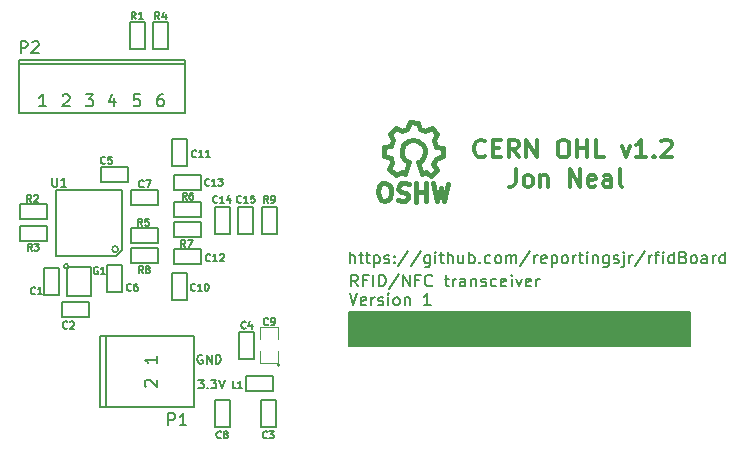
<source format=gto>
%FSLAX45Y45*%
G04 Gerber Fmt 4.5, Leading zero omitted, Abs format (unit mm)*
G04 Created by KiCad (PCBNEW (2014-09-17 BZR 5140)-product) date Sun 28 Sep 2014 11:54:50 PM EDT*
%MOMM*%
G01*
G04 APERTURE LIST*
%ADD10C,0.100000*%
%ADD11C,0.150000*%
%ADD12C,0.200000*%
%ADD13C,0.300000*%
%ADD14C,0.127000*%
%ADD15C,0.099060*%
%ADD16C,0.152400*%
%ADD17C,0.381000*%
G04 APERTURE END LIST*
D10*
D11*
X17329286Y-9878929D02*
X17375714Y-9878929D01*
X17350714Y-9907500D01*
X17361429Y-9907500D01*
X17368571Y-9911071D01*
X17372143Y-9914643D01*
X17375714Y-9921786D01*
X17375714Y-9939643D01*
X17372143Y-9946786D01*
X17368571Y-9950357D01*
X17361429Y-9953929D01*
X17340000Y-9953929D01*
X17332857Y-9950357D01*
X17329286Y-9946786D01*
X17407857Y-9946786D02*
X17411429Y-9950357D01*
X17407857Y-9953929D01*
X17404286Y-9950357D01*
X17407857Y-9946786D01*
X17407857Y-9953929D01*
X17436429Y-9878929D02*
X17482857Y-9878929D01*
X17457857Y-9907500D01*
X17468571Y-9907500D01*
X17475714Y-9911071D01*
X17479286Y-9914643D01*
X17482857Y-9921786D01*
X17482857Y-9939643D01*
X17479286Y-9946786D01*
X17475714Y-9950357D01*
X17468571Y-9953929D01*
X17447143Y-9953929D01*
X17440000Y-9950357D01*
X17436429Y-9946786D01*
X17504286Y-9878929D02*
X17529286Y-9953929D01*
X17554286Y-9878929D01*
X17362857Y-9672500D02*
X17355714Y-9668929D01*
X17345000Y-9668929D01*
X17334286Y-9672500D01*
X17327143Y-9679643D01*
X17323571Y-9686786D01*
X17320000Y-9701071D01*
X17320000Y-9711786D01*
X17323571Y-9726071D01*
X17327143Y-9733214D01*
X17334286Y-9740357D01*
X17345000Y-9743929D01*
X17352143Y-9743929D01*
X17362857Y-9740357D01*
X17366429Y-9736786D01*
X17366429Y-9711786D01*
X17352143Y-9711786D01*
X17398571Y-9743929D02*
X17398571Y-9668929D01*
X17441429Y-9743929D01*
X17441429Y-9668929D01*
X17477143Y-9743929D02*
X17477143Y-9668929D01*
X17495000Y-9668929D01*
X17505714Y-9672500D01*
X17512857Y-9679643D01*
X17516429Y-9686786D01*
X17520000Y-9701071D01*
X17520000Y-9711786D01*
X17516429Y-9726071D01*
X17512857Y-9733214D01*
X17505714Y-9740357D01*
X17495000Y-9743929D01*
X17477143Y-9743929D01*
D12*
X18680952Y-9090238D02*
X18647619Y-9042619D01*
X18623810Y-9090238D02*
X18623810Y-8990238D01*
X18661905Y-8990238D01*
X18671429Y-8995000D01*
X18676191Y-8999762D01*
X18680952Y-9009286D01*
X18680952Y-9023571D01*
X18676191Y-9033095D01*
X18671429Y-9037857D01*
X18661905Y-9042619D01*
X18623810Y-9042619D01*
X18757143Y-9037857D02*
X18723810Y-9037857D01*
X18723810Y-9090238D02*
X18723810Y-8990238D01*
X18771429Y-8990238D01*
X18809524Y-9090238D02*
X18809524Y-8990238D01*
X18857143Y-9090238D02*
X18857143Y-8990238D01*
X18880952Y-8990238D01*
X18895238Y-8995000D01*
X18904762Y-9004524D01*
X18909524Y-9014048D01*
X18914286Y-9033095D01*
X18914286Y-9047381D01*
X18909524Y-9066429D01*
X18904762Y-9075952D01*
X18895238Y-9085476D01*
X18880952Y-9090238D01*
X18857143Y-9090238D01*
X19028571Y-8985476D02*
X18942857Y-9114048D01*
X19061905Y-9090238D02*
X19061905Y-8990238D01*
X19119048Y-9090238D01*
X19119048Y-8990238D01*
X19200000Y-9037857D02*
X19166667Y-9037857D01*
X19166667Y-9090238D02*
X19166667Y-8990238D01*
X19214286Y-8990238D01*
X19309524Y-9080714D02*
X19304762Y-9085476D01*
X19290476Y-9090238D01*
X19280952Y-9090238D01*
X19266667Y-9085476D01*
X19257143Y-9075952D01*
X19252381Y-9066429D01*
X19247619Y-9047381D01*
X19247619Y-9033095D01*
X19252381Y-9014048D01*
X19257143Y-9004524D01*
X19266667Y-8995000D01*
X19280952Y-8990238D01*
X19290476Y-8990238D01*
X19304762Y-8995000D01*
X19309524Y-8999762D01*
X19414286Y-9023571D02*
X19452381Y-9023571D01*
X19428571Y-8990238D02*
X19428571Y-9075952D01*
X19433333Y-9085476D01*
X19442857Y-9090238D01*
X19452381Y-9090238D01*
X19485714Y-9090238D02*
X19485714Y-9023571D01*
X19485714Y-9042619D02*
X19490476Y-9033095D01*
X19495238Y-9028333D01*
X19504762Y-9023571D01*
X19514286Y-9023571D01*
X19590476Y-9090238D02*
X19590476Y-9037857D01*
X19585714Y-9028333D01*
X19576191Y-9023571D01*
X19557143Y-9023571D01*
X19547619Y-9028333D01*
X19590476Y-9085476D02*
X19580953Y-9090238D01*
X19557143Y-9090238D01*
X19547619Y-9085476D01*
X19542857Y-9075952D01*
X19542857Y-9066429D01*
X19547619Y-9056905D01*
X19557143Y-9052143D01*
X19580953Y-9052143D01*
X19590476Y-9047381D01*
X19638095Y-9023571D02*
X19638095Y-9090238D01*
X19638095Y-9033095D02*
X19642857Y-9028333D01*
X19652381Y-9023571D01*
X19666667Y-9023571D01*
X19676191Y-9028333D01*
X19680953Y-9037857D01*
X19680953Y-9090238D01*
X19723810Y-9085476D02*
X19733333Y-9090238D01*
X19752381Y-9090238D01*
X19761905Y-9085476D01*
X19766667Y-9075952D01*
X19766667Y-9071191D01*
X19761905Y-9061667D01*
X19752381Y-9056905D01*
X19738095Y-9056905D01*
X19728572Y-9052143D01*
X19723810Y-9042619D01*
X19723810Y-9037857D01*
X19728572Y-9028333D01*
X19738095Y-9023571D01*
X19752381Y-9023571D01*
X19761905Y-9028333D01*
X19852381Y-9085476D02*
X19842857Y-9090238D01*
X19823810Y-9090238D01*
X19814286Y-9085476D01*
X19809524Y-9080714D01*
X19804762Y-9071191D01*
X19804762Y-9042619D01*
X19809524Y-9033095D01*
X19814286Y-9028333D01*
X19823810Y-9023571D01*
X19842857Y-9023571D01*
X19852381Y-9028333D01*
X19933334Y-9085476D02*
X19923810Y-9090238D01*
X19904762Y-9090238D01*
X19895238Y-9085476D01*
X19890476Y-9075952D01*
X19890476Y-9037857D01*
X19895238Y-9028333D01*
X19904762Y-9023571D01*
X19923810Y-9023571D01*
X19933334Y-9028333D01*
X19938095Y-9037857D01*
X19938095Y-9047381D01*
X19890476Y-9056905D01*
X19980953Y-9090238D02*
X19980953Y-9023571D01*
X19980953Y-8990238D02*
X19976191Y-8995000D01*
X19980953Y-8999762D01*
X19985714Y-8995000D01*
X19980953Y-8990238D01*
X19980953Y-8999762D01*
X20019048Y-9023571D02*
X20042857Y-9090238D01*
X20066667Y-9023571D01*
X20142857Y-9085476D02*
X20133334Y-9090238D01*
X20114286Y-9090238D01*
X20104762Y-9085476D01*
X20100000Y-9075952D01*
X20100000Y-9037857D01*
X20104762Y-9028333D01*
X20114286Y-9023571D01*
X20133334Y-9023571D01*
X20142857Y-9028333D01*
X20147619Y-9037857D01*
X20147619Y-9047381D01*
X20100000Y-9056905D01*
X20190476Y-9090238D02*
X20190476Y-9023571D01*
X20190476Y-9042619D02*
X20195238Y-9033095D01*
X20200000Y-9028333D01*
X20209524Y-9023571D01*
X20219048Y-9023571D01*
X18609524Y-9150238D02*
X18642857Y-9250238D01*
X18676191Y-9150238D01*
X18747619Y-9245476D02*
X18738095Y-9250238D01*
X18719048Y-9250238D01*
X18709524Y-9245476D01*
X18704762Y-9235952D01*
X18704762Y-9197857D01*
X18709524Y-9188333D01*
X18719048Y-9183571D01*
X18738095Y-9183571D01*
X18747619Y-9188333D01*
X18752381Y-9197857D01*
X18752381Y-9207381D01*
X18704762Y-9216905D01*
X18795238Y-9250238D02*
X18795238Y-9183571D01*
X18795238Y-9202619D02*
X18800000Y-9193095D01*
X18804762Y-9188333D01*
X18814286Y-9183571D01*
X18823810Y-9183571D01*
X18852381Y-9245476D02*
X18861905Y-9250238D01*
X18880952Y-9250238D01*
X18890476Y-9245476D01*
X18895238Y-9235952D01*
X18895238Y-9231191D01*
X18890476Y-9221667D01*
X18880952Y-9216905D01*
X18866667Y-9216905D01*
X18857143Y-9212143D01*
X18852381Y-9202619D01*
X18852381Y-9197857D01*
X18857143Y-9188333D01*
X18866667Y-9183571D01*
X18880952Y-9183571D01*
X18890476Y-9188333D01*
X18938095Y-9250238D02*
X18938095Y-9183571D01*
X18938095Y-9150238D02*
X18933333Y-9155000D01*
X18938095Y-9159762D01*
X18942857Y-9155000D01*
X18938095Y-9150238D01*
X18938095Y-9159762D01*
X19000000Y-9250238D02*
X18990476Y-9245476D01*
X18985714Y-9240714D01*
X18980952Y-9231191D01*
X18980952Y-9202619D01*
X18985714Y-9193095D01*
X18990476Y-9188333D01*
X19000000Y-9183571D01*
X19014286Y-9183571D01*
X19023810Y-9188333D01*
X19028572Y-9193095D01*
X19033333Y-9202619D01*
X19033333Y-9231191D01*
X19028572Y-9240714D01*
X19023810Y-9245476D01*
X19014286Y-9250238D01*
X19000000Y-9250238D01*
X19076191Y-9183571D02*
X19076191Y-9250238D01*
X19076191Y-9193095D02*
X19080952Y-9188333D01*
X19090476Y-9183571D01*
X19104762Y-9183571D01*
X19114286Y-9188333D01*
X19119048Y-9197857D01*
X19119048Y-9250238D01*
X19295238Y-9250238D02*
X19238095Y-9250238D01*
X19266667Y-9250238D02*
X19266667Y-9150238D01*
X19257143Y-9164524D01*
X19247619Y-9174048D01*
X19238095Y-9178810D01*
X18611905Y-8895238D02*
X18611905Y-8795238D01*
X18654762Y-8895238D02*
X18654762Y-8842857D01*
X18650000Y-8833333D01*
X18640476Y-8828571D01*
X18626190Y-8828571D01*
X18616667Y-8833333D01*
X18611905Y-8838095D01*
X18688095Y-8828571D02*
X18726190Y-8828571D01*
X18702381Y-8795238D02*
X18702381Y-8880952D01*
X18707143Y-8890476D01*
X18716667Y-8895238D01*
X18726190Y-8895238D01*
X18745238Y-8828571D02*
X18783333Y-8828571D01*
X18759524Y-8795238D02*
X18759524Y-8880952D01*
X18764286Y-8890476D01*
X18773809Y-8895238D01*
X18783333Y-8895238D01*
X18816667Y-8828571D02*
X18816667Y-8928571D01*
X18816667Y-8833333D02*
X18826190Y-8828571D01*
X18845238Y-8828571D01*
X18854762Y-8833333D01*
X18859524Y-8838095D01*
X18864286Y-8847619D01*
X18864286Y-8876191D01*
X18859524Y-8885714D01*
X18854762Y-8890476D01*
X18845238Y-8895238D01*
X18826190Y-8895238D01*
X18816667Y-8890476D01*
X18902381Y-8890476D02*
X18911905Y-8895238D01*
X18930952Y-8895238D01*
X18940476Y-8890476D01*
X18945238Y-8880952D01*
X18945238Y-8876191D01*
X18940476Y-8866667D01*
X18930952Y-8861905D01*
X18916667Y-8861905D01*
X18907143Y-8857143D01*
X18902381Y-8847619D01*
X18902381Y-8842857D01*
X18907143Y-8833333D01*
X18916667Y-8828571D01*
X18930952Y-8828571D01*
X18940476Y-8833333D01*
X18988095Y-8885714D02*
X18992857Y-8890476D01*
X18988095Y-8895238D01*
X18983333Y-8890476D01*
X18988095Y-8885714D01*
X18988095Y-8895238D01*
X18988095Y-8833333D02*
X18992857Y-8838095D01*
X18988095Y-8842857D01*
X18983333Y-8838095D01*
X18988095Y-8833333D01*
X18988095Y-8842857D01*
X19107143Y-8790476D02*
X19021429Y-8919048D01*
X19211905Y-8790476D02*
X19126190Y-8919048D01*
X19288095Y-8828571D02*
X19288095Y-8909524D01*
X19283333Y-8919048D01*
X19278571Y-8923810D01*
X19269048Y-8928571D01*
X19254762Y-8928571D01*
X19245238Y-8923810D01*
X19288095Y-8890476D02*
X19278571Y-8895238D01*
X19259524Y-8895238D01*
X19250000Y-8890476D01*
X19245238Y-8885714D01*
X19240476Y-8876191D01*
X19240476Y-8847619D01*
X19245238Y-8838095D01*
X19250000Y-8833333D01*
X19259524Y-8828571D01*
X19278571Y-8828571D01*
X19288095Y-8833333D01*
X19335714Y-8895238D02*
X19335714Y-8828571D01*
X19335714Y-8795238D02*
X19330952Y-8800000D01*
X19335714Y-8804762D01*
X19340476Y-8800000D01*
X19335714Y-8795238D01*
X19335714Y-8804762D01*
X19369048Y-8828571D02*
X19407143Y-8828571D01*
X19383333Y-8795238D02*
X19383333Y-8880952D01*
X19388095Y-8890476D01*
X19397619Y-8895238D01*
X19407143Y-8895238D01*
X19440476Y-8895238D02*
X19440476Y-8795238D01*
X19483333Y-8895238D02*
X19483333Y-8842857D01*
X19478571Y-8833333D01*
X19469048Y-8828571D01*
X19454762Y-8828571D01*
X19445238Y-8833333D01*
X19440476Y-8838095D01*
X19573810Y-8828571D02*
X19573810Y-8895238D01*
X19530952Y-8828571D02*
X19530952Y-8880952D01*
X19535714Y-8890476D01*
X19545238Y-8895238D01*
X19559524Y-8895238D01*
X19569048Y-8890476D01*
X19573810Y-8885714D01*
X19621429Y-8895238D02*
X19621429Y-8795238D01*
X19621429Y-8833333D02*
X19630952Y-8828571D01*
X19650000Y-8828571D01*
X19659524Y-8833333D01*
X19664286Y-8838095D01*
X19669048Y-8847619D01*
X19669048Y-8876191D01*
X19664286Y-8885714D01*
X19659524Y-8890476D01*
X19650000Y-8895238D01*
X19630952Y-8895238D01*
X19621429Y-8890476D01*
X19711905Y-8885714D02*
X19716667Y-8890476D01*
X19711905Y-8895238D01*
X19707143Y-8890476D01*
X19711905Y-8885714D01*
X19711905Y-8895238D01*
X19802381Y-8890476D02*
X19792857Y-8895238D01*
X19773809Y-8895238D01*
X19764286Y-8890476D01*
X19759524Y-8885714D01*
X19754762Y-8876191D01*
X19754762Y-8847619D01*
X19759524Y-8838095D01*
X19764286Y-8833333D01*
X19773809Y-8828571D01*
X19792857Y-8828571D01*
X19802381Y-8833333D01*
X19859524Y-8895238D02*
X19850000Y-8890476D01*
X19845238Y-8885714D01*
X19840476Y-8876191D01*
X19840476Y-8847619D01*
X19845238Y-8838095D01*
X19850000Y-8833333D01*
X19859524Y-8828571D01*
X19873810Y-8828571D01*
X19883333Y-8833333D01*
X19888095Y-8838095D01*
X19892857Y-8847619D01*
X19892857Y-8876191D01*
X19888095Y-8885714D01*
X19883333Y-8890476D01*
X19873810Y-8895238D01*
X19859524Y-8895238D01*
X19935714Y-8895238D02*
X19935714Y-8828571D01*
X19935714Y-8838095D02*
X19940476Y-8833333D01*
X19950000Y-8828571D01*
X19964286Y-8828571D01*
X19973810Y-8833333D01*
X19978571Y-8842857D01*
X19978571Y-8895238D01*
X19978571Y-8842857D02*
X19983333Y-8833333D01*
X19992857Y-8828571D01*
X20007143Y-8828571D01*
X20016667Y-8833333D01*
X20021429Y-8842857D01*
X20021429Y-8895238D01*
X20140476Y-8790476D02*
X20054762Y-8919048D01*
X20173809Y-8895238D02*
X20173809Y-8828571D01*
X20173809Y-8847619D02*
X20178571Y-8838095D01*
X20183333Y-8833333D01*
X20192857Y-8828571D01*
X20202381Y-8828571D01*
X20273810Y-8890476D02*
X20264286Y-8895238D01*
X20245238Y-8895238D01*
X20235714Y-8890476D01*
X20230952Y-8880952D01*
X20230952Y-8842857D01*
X20235714Y-8833333D01*
X20245238Y-8828571D01*
X20264286Y-8828571D01*
X20273810Y-8833333D01*
X20278571Y-8842857D01*
X20278571Y-8852381D01*
X20230952Y-8861905D01*
X20321429Y-8828571D02*
X20321429Y-8928571D01*
X20321429Y-8833333D02*
X20330952Y-8828571D01*
X20350000Y-8828571D01*
X20359524Y-8833333D01*
X20364286Y-8838095D01*
X20369048Y-8847619D01*
X20369048Y-8876191D01*
X20364286Y-8885714D01*
X20359524Y-8890476D01*
X20350000Y-8895238D01*
X20330952Y-8895238D01*
X20321429Y-8890476D01*
X20426190Y-8895238D02*
X20416667Y-8890476D01*
X20411905Y-8885714D01*
X20407143Y-8876191D01*
X20407143Y-8847619D01*
X20411905Y-8838095D01*
X20416667Y-8833333D01*
X20426190Y-8828571D01*
X20440476Y-8828571D01*
X20450000Y-8833333D01*
X20454762Y-8838095D01*
X20459524Y-8847619D01*
X20459524Y-8876191D01*
X20454762Y-8885714D01*
X20450000Y-8890476D01*
X20440476Y-8895238D01*
X20426190Y-8895238D01*
X20502381Y-8895238D02*
X20502381Y-8828571D01*
X20502381Y-8847619D02*
X20507143Y-8838095D01*
X20511905Y-8833333D01*
X20521429Y-8828571D01*
X20530952Y-8828571D01*
X20550000Y-8828571D02*
X20588095Y-8828571D01*
X20564286Y-8795238D02*
X20564286Y-8880952D01*
X20569048Y-8890476D01*
X20578571Y-8895238D01*
X20588095Y-8895238D01*
X20621429Y-8895238D02*
X20621429Y-8828571D01*
X20621429Y-8795238D02*
X20616667Y-8800000D01*
X20621429Y-8804762D01*
X20626191Y-8800000D01*
X20621429Y-8795238D01*
X20621429Y-8804762D01*
X20669048Y-8828571D02*
X20669048Y-8895238D01*
X20669048Y-8838095D02*
X20673810Y-8833333D01*
X20683333Y-8828571D01*
X20697619Y-8828571D01*
X20707143Y-8833333D01*
X20711905Y-8842857D01*
X20711905Y-8895238D01*
X20802381Y-8828571D02*
X20802381Y-8909524D01*
X20797619Y-8919048D01*
X20792857Y-8923810D01*
X20783333Y-8928571D01*
X20769048Y-8928571D01*
X20759524Y-8923810D01*
X20802381Y-8890476D02*
X20792857Y-8895238D01*
X20773810Y-8895238D01*
X20764286Y-8890476D01*
X20759524Y-8885714D01*
X20754762Y-8876191D01*
X20754762Y-8847619D01*
X20759524Y-8838095D01*
X20764286Y-8833333D01*
X20773810Y-8828571D01*
X20792857Y-8828571D01*
X20802381Y-8833333D01*
X20845238Y-8890476D02*
X20854762Y-8895238D01*
X20873810Y-8895238D01*
X20883333Y-8890476D01*
X20888095Y-8880952D01*
X20888095Y-8876191D01*
X20883333Y-8866667D01*
X20873810Y-8861905D01*
X20859524Y-8861905D01*
X20850000Y-8857143D01*
X20845238Y-8847619D01*
X20845238Y-8842857D01*
X20850000Y-8833333D01*
X20859524Y-8828571D01*
X20873810Y-8828571D01*
X20883333Y-8833333D01*
X20930952Y-8828571D02*
X20930952Y-8914286D01*
X20926191Y-8923810D01*
X20916667Y-8928571D01*
X20911905Y-8928571D01*
X20930952Y-8795238D02*
X20926191Y-8800000D01*
X20930952Y-8804762D01*
X20935714Y-8800000D01*
X20930952Y-8795238D01*
X20930952Y-8804762D01*
X20978571Y-8895238D02*
X20978571Y-8828571D01*
X20978571Y-8847619D02*
X20983333Y-8838095D01*
X20988095Y-8833333D01*
X20997619Y-8828571D01*
X21007143Y-8828571D01*
X21111905Y-8790476D02*
X21026191Y-8919048D01*
X21145238Y-8895238D02*
X21145238Y-8828571D01*
X21145238Y-8847619D02*
X21150000Y-8838095D01*
X21154762Y-8833333D01*
X21164286Y-8828571D01*
X21173810Y-8828571D01*
X21192857Y-8828571D02*
X21230952Y-8828571D01*
X21207143Y-8895238D02*
X21207143Y-8809524D01*
X21211905Y-8800000D01*
X21221429Y-8795238D01*
X21230952Y-8795238D01*
X21264286Y-8895238D02*
X21264286Y-8828571D01*
X21264286Y-8795238D02*
X21259524Y-8800000D01*
X21264286Y-8804762D01*
X21269048Y-8800000D01*
X21264286Y-8795238D01*
X21264286Y-8804762D01*
X21354762Y-8895238D02*
X21354762Y-8795238D01*
X21354762Y-8890476D02*
X21345238Y-8895238D01*
X21326191Y-8895238D01*
X21316667Y-8890476D01*
X21311905Y-8885714D01*
X21307143Y-8876191D01*
X21307143Y-8847619D01*
X21311905Y-8838095D01*
X21316667Y-8833333D01*
X21326191Y-8828571D01*
X21345238Y-8828571D01*
X21354762Y-8833333D01*
X21435714Y-8842857D02*
X21450000Y-8847619D01*
X21454762Y-8852381D01*
X21459524Y-8861905D01*
X21459524Y-8876191D01*
X21454762Y-8885714D01*
X21450000Y-8890476D01*
X21440476Y-8895238D01*
X21402381Y-8895238D01*
X21402381Y-8795238D01*
X21435714Y-8795238D01*
X21445238Y-8800000D01*
X21450000Y-8804762D01*
X21454762Y-8814286D01*
X21454762Y-8823810D01*
X21450000Y-8833333D01*
X21445238Y-8838095D01*
X21435714Y-8842857D01*
X21402381Y-8842857D01*
X21516667Y-8895238D02*
X21507143Y-8890476D01*
X21502381Y-8885714D01*
X21497619Y-8876191D01*
X21497619Y-8847619D01*
X21502381Y-8838095D01*
X21507143Y-8833333D01*
X21516667Y-8828571D01*
X21530953Y-8828571D01*
X21540476Y-8833333D01*
X21545238Y-8838095D01*
X21550000Y-8847619D01*
X21550000Y-8876191D01*
X21545238Y-8885714D01*
X21540476Y-8890476D01*
X21530953Y-8895238D01*
X21516667Y-8895238D01*
X21635714Y-8895238D02*
X21635714Y-8842857D01*
X21630953Y-8833333D01*
X21621429Y-8828571D01*
X21602381Y-8828571D01*
X21592857Y-8833333D01*
X21635714Y-8890476D02*
X21626191Y-8895238D01*
X21602381Y-8895238D01*
X21592857Y-8890476D01*
X21588095Y-8880952D01*
X21588095Y-8871429D01*
X21592857Y-8861905D01*
X21602381Y-8857143D01*
X21626191Y-8857143D01*
X21635714Y-8852381D01*
X21683333Y-8895238D02*
X21683333Y-8828571D01*
X21683333Y-8847619D02*
X21688095Y-8838095D01*
X21692857Y-8833333D01*
X21702381Y-8828571D01*
X21711905Y-8828571D01*
X21788095Y-8895238D02*
X21788095Y-8795238D01*
X21788095Y-8890476D02*
X21778572Y-8895238D01*
X21759524Y-8895238D01*
X21750000Y-8890476D01*
X21745238Y-8885714D01*
X21740476Y-8876191D01*
X21740476Y-8847619D01*
X21745238Y-8838095D01*
X21750000Y-8833333D01*
X21759524Y-8828571D01*
X21778572Y-8828571D01*
X21788095Y-8833333D01*
D13*
X20018571Y-8097857D02*
X20018571Y-8205000D01*
X20011429Y-8226429D01*
X19997143Y-8240714D01*
X19975714Y-8247857D01*
X19961429Y-8247857D01*
X20111429Y-8247857D02*
X20097143Y-8240714D01*
X20090000Y-8233571D01*
X20082857Y-8219286D01*
X20082857Y-8176429D01*
X20090000Y-8162143D01*
X20097143Y-8155000D01*
X20111429Y-8147857D01*
X20132857Y-8147857D01*
X20147143Y-8155000D01*
X20154286Y-8162143D01*
X20161429Y-8176429D01*
X20161429Y-8219286D01*
X20154286Y-8233571D01*
X20147143Y-8240714D01*
X20132857Y-8247857D01*
X20111429Y-8247857D01*
X20225714Y-8147857D02*
X20225714Y-8247857D01*
X20225714Y-8162143D02*
X20232857Y-8155000D01*
X20247143Y-8147857D01*
X20268571Y-8147857D01*
X20282857Y-8155000D01*
X20290000Y-8169286D01*
X20290000Y-8247857D01*
X20475714Y-8247857D02*
X20475714Y-8097857D01*
X20561429Y-8247857D01*
X20561429Y-8097857D01*
X20690000Y-8240714D02*
X20675714Y-8247857D01*
X20647143Y-8247857D01*
X20632857Y-8240714D01*
X20625714Y-8226429D01*
X20625714Y-8169286D01*
X20632857Y-8155000D01*
X20647143Y-8147857D01*
X20675714Y-8147857D01*
X20690000Y-8155000D01*
X20697143Y-8169286D01*
X20697143Y-8183571D01*
X20625714Y-8197857D01*
X20825714Y-8247857D02*
X20825714Y-8169286D01*
X20818571Y-8155000D01*
X20804286Y-8147857D01*
X20775714Y-8147857D01*
X20761429Y-8155000D01*
X20825714Y-8240714D02*
X20811429Y-8247857D01*
X20775714Y-8247857D01*
X20761429Y-8240714D01*
X20754286Y-8226429D01*
X20754286Y-8212143D01*
X20761429Y-8197857D01*
X20775714Y-8190714D01*
X20811429Y-8190714D01*
X20825714Y-8183571D01*
X20918572Y-8247857D02*
X20904286Y-8240714D01*
X20897143Y-8226429D01*
X20897143Y-8097857D01*
X19757143Y-7983571D02*
X19750000Y-7990714D01*
X19728571Y-7997857D01*
X19714286Y-7997857D01*
X19692857Y-7990714D01*
X19678571Y-7976429D01*
X19671429Y-7962143D01*
X19664286Y-7933571D01*
X19664286Y-7912143D01*
X19671429Y-7883571D01*
X19678571Y-7869286D01*
X19692857Y-7855000D01*
X19714286Y-7847857D01*
X19728571Y-7847857D01*
X19750000Y-7855000D01*
X19757143Y-7862143D01*
X19821429Y-7919286D02*
X19871429Y-7919286D01*
X19892857Y-7997857D02*
X19821429Y-7997857D01*
X19821429Y-7847857D01*
X19892857Y-7847857D01*
X20042857Y-7997857D02*
X19992857Y-7926429D01*
X19957143Y-7997857D02*
X19957143Y-7847857D01*
X20014286Y-7847857D01*
X20028572Y-7855000D01*
X20035714Y-7862143D01*
X20042857Y-7876429D01*
X20042857Y-7897857D01*
X20035714Y-7912143D01*
X20028572Y-7919286D01*
X20014286Y-7926429D01*
X19957143Y-7926429D01*
X20107143Y-7997857D02*
X20107143Y-7847857D01*
X20192857Y-7997857D01*
X20192857Y-7847857D01*
X20407143Y-7847857D02*
X20435714Y-7847857D01*
X20450000Y-7855000D01*
X20464286Y-7869286D01*
X20471429Y-7897857D01*
X20471429Y-7947857D01*
X20464286Y-7976429D01*
X20450000Y-7990714D01*
X20435714Y-7997857D01*
X20407143Y-7997857D01*
X20392857Y-7990714D01*
X20378572Y-7976429D01*
X20371429Y-7947857D01*
X20371429Y-7897857D01*
X20378572Y-7869286D01*
X20392857Y-7855000D01*
X20407143Y-7847857D01*
X20535714Y-7997857D02*
X20535714Y-7847857D01*
X20535714Y-7919286D02*
X20621429Y-7919286D01*
X20621429Y-7997857D02*
X20621429Y-7847857D01*
X20764286Y-7997857D02*
X20692857Y-7997857D01*
X20692857Y-7847857D01*
X20914286Y-7897857D02*
X20950000Y-7997857D01*
X20985714Y-7897857D01*
X21121429Y-7997857D02*
X21035714Y-7997857D01*
X21078572Y-7997857D02*
X21078572Y-7847857D01*
X21064286Y-7869286D01*
X21050000Y-7883571D01*
X21035714Y-7890714D01*
X21185714Y-7983571D02*
X21192857Y-7990714D01*
X21185714Y-7997857D01*
X21178572Y-7990714D01*
X21185714Y-7983571D01*
X21185714Y-7997857D01*
X21250000Y-7862143D02*
X21257143Y-7855000D01*
X21271429Y-7847857D01*
X21307143Y-7847857D01*
X21321429Y-7855000D01*
X21328572Y-7862143D01*
X21335714Y-7876429D01*
X21335714Y-7890714D01*
X21328572Y-7912143D01*
X21242857Y-7997857D01*
X21335714Y-7997857D01*
D14*
X16153500Y-8935700D02*
X16153500Y-9164300D01*
X16153500Y-9164300D02*
X16026500Y-9164300D01*
X16026500Y-9164300D02*
X16026500Y-8935700D01*
X16026500Y-8935700D02*
X16153500Y-8935700D01*
X16404300Y-9353500D02*
X16175700Y-9353500D01*
X16175700Y-9353500D02*
X16175700Y-9226500D01*
X16175700Y-9226500D02*
X16404300Y-9226500D01*
X16404300Y-9226500D02*
X16404300Y-9353500D01*
X17983500Y-10055700D02*
X17983500Y-10284300D01*
X17983500Y-10284300D02*
X17856500Y-10284300D01*
X17856500Y-10284300D02*
X17856500Y-10055700D01*
X17856500Y-10055700D02*
X17983500Y-10055700D01*
X17676500Y-9704300D02*
X17676500Y-9475700D01*
X17676500Y-9475700D02*
X17803500Y-9475700D01*
X17803500Y-9475700D02*
X17803500Y-9704300D01*
X17803500Y-9704300D02*
X17676500Y-9704300D01*
X16505700Y-8076500D02*
X16734300Y-8076500D01*
X16734300Y-8076500D02*
X16734300Y-8203500D01*
X16734300Y-8203500D02*
X16505700Y-8203500D01*
X16505700Y-8203500D02*
X16505700Y-8076500D01*
X16683500Y-8905700D02*
X16683500Y-9134300D01*
X16683500Y-9134300D02*
X16556500Y-9134300D01*
X16556500Y-9134300D02*
X16556500Y-8905700D01*
X16556500Y-8905700D02*
X16683500Y-8905700D01*
X16755700Y-8276500D02*
X16984300Y-8276500D01*
X16984300Y-8276500D02*
X16984300Y-8403500D01*
X16984300Y-8403500D02*
X16755700Y-8403500D01*
X16755700Y-8403500D02*
X16755700Y-8276500D01*
X17593500Y-10055700D02*
X17593500Y-10284300D01*
X17593500Y-10284300D02*
X17466500Y-10284300D01*
X17466500Y-10284300D02*
X17466500Y-10055700D01*
X17466500Y-10055700D02*
X17593500Y-10055700D01*
D15*
X18018900Y-9755100D02*
G75*
G03X18018900Y-9755100I-12700J0D01*
G74*
G01*
X18006200Y-9640800D02*
X18006200Y-9742400D01*
X18006200Y-9742400D02*
X17853800Y-9742400D01*
X17853800Y-9742400D02*
X17853800Y-9640800D01*
X17853800Y-9539200D02*
X17853800Y-9437600D01*
X17853800Y-9437600D02*
X18006200Y-9437600D01*
X18006200Y-9437600D02*
X18006200Y-9539200D01*
D14*
X17106500Y-9204300D02*
X17106500Y-8975700D01*
X17106500Y-8975700D02*
X17233500Y-8975700D01*
X17233500Y-8975700D02*
X17233500Y-9204300D01*
X17233500Y-9204300D02*
X17106500Y-9204300D01*
X17233500Y-7845700D02*
X17233500Y-8074300D01*
X17233500Y-8074300D02*
X17106500Y-8074300D01*
X17106500Y-8074300D02*
X17106500Y-7845700D01*
X17106500Y-7845700D02*
X17233500Y-7845700D01*
X17354300Y-8903500D02*
X17125700Y-8903500D01*
X17125700Y-8903500D02*
X17125700Y-8776500D01*
X17125700Y-8776500D02*
X17354300Y-8776500D01*
X17354300Y-8776500D02*
X17354300Y-8903500D01*
X17354300Y-8273500D02*
X17125700Y-8273500D01*
X17125700Y-8273500D02*
X17125700Y-8146500D01*
X17125700Y-8146500D02*
X17354300Y-8146500D01*
X17354300Y-8146500D02*
X17354300Y-8273500D01*
X17466500Y-8644300D02*
X17466500Y-8415700D01*
X17466500Y-8415700D02*
X17593500Y-8415700D01*
X17593500Y-8415700D02*
X17593500Y-8644300D01*
X17593500Y-8644300D02*
X17466500Y-8644300D01*
X17666500Y-8644300D02*
X17666500Y-8415700D01*
X17666500Y-8415700D02*
X17793500Y-8415700D01*
X17793500Y-8415700D02*
X17793500Y-8644300D01*
X17793500Y-8644300D02*
X17666500Y-8644300D01*
X17735700Y-9846500D02*
X17964300Y-9846500D01*
X17964300Y-9846500D02*
X17964300Y-9973500D01*
X17964300Y-9973500D02*
X17735700Y-9973500D01*
X17735700Y-9973500D02*
X17735700Y-9846500D01*
D12*
X16550000Y-10110000D02*
X16550000Y-9520000D01*
X17290000Y-10110000D02*
X16500000Y-10110000D01*
X17290000Y-9510000D02*
X17290000Y-10110000D01*
X16500000Y-9510000D02*
X17290000Y-9510000D01*
X16500000Y-10110000D02*
X16500000Y-9510000D01*
X15810000Y-7210000D02*
X17220000Y-7210000D01*
X15810000Y-7620000D02*
X15810000Y-7170000D01*
X17220000Y-7620000D02*
X15810000Y-7620000D01*
X17220000Y-7170000D02*
X17220000Y-7620000D01*
X15810000Y-7170000D02*
X17220000Y-7170000D01*
D14*
X16873500Y-6855700D02*
X16873500Y-7084300D01*
X16873500Y-7084300D02*
X16746500Y-7084300D01*
X16746500Y-7084300D02*
X16746500Y-6855700D01*
X16746500Y-6855700D02*
X16873500Y-6855700D01*
X16044300Y-8523500D02*
X15815700Y-8523500D01*
X15815700Y-8523500D02*
X15815700Y-8396500D01*
X15815700Y-8396500D02*
X16044300Y-8396500D01*
X16044300Y-8396500D02*
X16044300Y-8523500D01*
X16044300Y-8703500D02*
X15815700Y-8703500D01*
X15815700Y-8703500D02*
X15815700Y-8576500D01*
X15815700Y-8576500D02*
X16044300Y-8576500D01*
X16044300Y-8576500D02*
X16044300Y-8703500D01*
X17073500Y-6855700D02*
X17073500Y-7084300D01*
X17073500Y-7084300D02*
X16946500Y-7084300D01*
X16946500Y-7084300D02*
X16946500Y-6855700D01*
X16946500Y-6855700D02*
X17073500Y-6855700D01*
X16984300Y-8723500D02*
X16755700Y-8723500D01*
X16755700Y-8723500D02*
X16755700Y-8596500D01*
X16755700Y-8596500D02*
X16984300Y-8596500D01*
X16984300Y-8596500D02*
X16984300Y-8723500D01*
X17354300Y-8503500D02*
X17125700Y-8503500D01*
X17125700Y-8503500D02*
X17125700Y-8376500D01*
X17125700Y-8376500D02*
X17354300Y-8376500D01*
X17354300Y-8376500D02*
X17354300Y-8503500D01*
X17354300Y-8673500D02*
X17125700Y-8673500D01*
X17125700Y-8673500D02*
X17125700Y-8546500D01*
X17125700Y-8546500D02*
X17354300Y-8546500D01*
X17354300Y-8546500D02*
X17354300Y-8673500D01*
X16984300Y-8893500D02*
X16755700Y-8893500D01*
X16755700Y-8893500D02*
X16755700Y-8766500D01*
X16755700Y-8766500D02*
X16984300Y-8766500D01*
X16984300Y-8766500D02*
X16984300Y-8893500D01*
X17866500Y-8644300D02*
X17866500Y-8415700D01*
X17866500Y-8415700D02*
X17993500Y-8415700D01*
X17993500Y-8415700D02*
X17993500Y-8644300D01*
X17993500Y-8644300D02*
X17866500Y-8644300D01*
X16120600Y-8270600D02*
X16679400Y-8270600D01*
X16679400Y-8270600D02*
X16679400Y-8283300D01*
X16628600Y-8829400D02*
X16120600Y-8829400D01*
X16120600Y-8829400D02*
X16120600Y-8270600D01*
X16679400Y-8283300D02*
X16679400Y-8778600D01*
X16679400Y-8778600D02*
X16628600Y-8829400D01*
D16*
X16650444Y-8775298D02*
G75*
G03X16650444Y-8775298I-25146J0D01*
G74*
G01*
D11*
X16230000Y-8920000D02*
G75*
G03X16230000Y-8920000I-20000J0D01*
G74*
G01*
X16420000Y-9170000D02*
X16420000Y-8930000D01*
X16220000Y-9170000D02*
X16420000Y-9170000D01*
X16220000Y-8930000D02*
X16220000Y-9170000D01*
X16420000Y-8930000D02*
X16220000Y-8930000D01*
D17*
X19316878Y-8218986D02*
X19352946Y-8366052D01*
X19352946Y-8366052D02*
X19380886Y-8259880D01*
X19380886Y-8259880D02*
X19411874Y-8367068D01*
X19411874Y-8367068D02*
X19445910Y-8222034D01*
X19174892Y-8288074D02*
X19253886Y-8287058D01*
X19253886Y-8287058D02*
X19254902Y-8288074D01*
X19254902Y-8288074D02*
X19254902Y-8287058D01*
X19258966Y-8215938D02*
X19258966Y-8370116D01*
X19170066Y-8214922D02*
X19170066Y-8371894D01*
X19170066Y-8371894D02*
X19171082Y-8370878D01*
X19114948Y-8225082D02*
X19079896Y-8216954D01*
X19079896Y-8216954D02*
X19047892Y-8215938D01*
X19047892Y-8215938D02*
X19024016Y-8236004D01*
X19024016Y-8236004D02*
X19020968Y-8262928D01*
X19020968Y-8262928D02*
X19045098Y-8287058D01*
X19045098Y-8287058D02*
X19083960Y-8300012D01*
X19083960Y-8300012D02*
X19101994Y-8316014D01*
X19101994Y-8316014D02*
X19106058Y-8345986D01*
X19106058Y-8345986D02*
X19082944Y-8368084D01*
X19082944Y-8368084D02*
X19050940Y-8370878D01*
X19050940Y-8370878D02*
X19015888Y-8359956D01*
X18912002Y-8214922D02*
X18887110Y-8216954D01*
X18887110Y-8216954D02*
X18862980Y-8241084D01*
X18862980Y-8241084D02*
X18854090Y-8290106D01*
X18854090Y-8290106D02*
X18856884Y-8324904D01*
X18856884Y-8324904D02*
X18876950Y-8356908D01*
X18876950Y-8356908D02*
X18902096Y-8369100D01*
X18902096Y-8369100D02*
X18933084Y-8361988D01*
X18933084Y-8361988D02*
X18954928Y-8343954D01*
X18954928Y-8343954D02*
X18962040Y-8297980D01*
X18962040Y-8297980D02*
X18956960Y-8257086D01*
X18956960Y-8257086D02*
X18946038Y-8228892D01*
X18946038Y-8228892D02*
X18909970Y-8215938D01*
X18971946Y-8042964D02*
X18946038Y-8099098D01*
X18946038Y-8099098D02*
X18999886Y-8150914D01*
X18999886Y-8150914D02*
X19051956Y-8123990D01*
X19051956Y-8123990D02*
X19079896Y-8139992D01*
X19223914Y-8137960D02*
X19256934Y-8118910D01*
X19256934Y-8118910D02*
X19300876Y-8151930D01*
X19300876Y-8151930D02*
X19348120Y-8102908D01*
X19348120Y-8102908D02*
X19319926Y-8054902D01*
X19319926Y-8054902D02*
X19338976Y-8007912D01*
X19338976Y-8007912D02*
X19399936Y-7989116D01*
X19399936Y-7989116D02*
X19399936Y-7921044D01*
X19399936Y-7921044D02*
X19344056Y-7907074D01*
X19344056Y-7907074D02*
X19323990Y-7849924D01*
X19323990Y-7849924D02*
X19350914Y-7802934D01*
X19350914Y-7802934D02*
X19303924Y-7751880D01*
X19303924Y-7751880D02*
X19252108Y-7778042D01*
X19252108Y-7778042D02*
X19205118Y-7757976D01*
X19205118Y-7757976D02*
X19188100Y-7703874D01*
X19188100Y-7703874D02*
X19119012Y-7702096D01*
X19119012Y-7702096D02*
X19097930Y-7756960D01*
X19097930Y-7756960D02*
X19056020Y-7773978D01*
X19056020Y-7773978D02*
X19000902Y-7747054D01*
X19000902Y-7747054D02*
X18949086Y-7799886D01*
X18949086Y-7799886D02*
X18973978Y-7853988D01*
X18973978Y-7853988D02*
X18956960Y-7901994D01*
X18956960Y-7901994D02*
X18902096Y-7911900D01*
X18902096Y-7911900D02*
X18901080Y-7982004D01*
X18901080Y-7982004D02*
X18956960Y-8002070D01*
X18956960Y-8002070D02*
X18970930Y-8041948D01*
X19185052Y-8039916D02*
X19215024Y-8024930D01*
X19215024Y-8024930D02*
X19235090Y-8005118D01*
X19235090Y-8005118D02*
X19250076Y-7964986D01*
X19250076Y-7964986D02*
X19250076Y-7925108D01*
X19250076Y-7925108D02*
X19235090Y-7890056D01*
X19235090Y-7890056D02*
X19189878Y-7855004D01*
X19189878Y-7855004D02*
X19144920Y-7849924D01*
X19144920Y-7849924D02*
X19105042Y-7860084D01*
X19105042Y-7860084D02*
X19064910Y-7894882D01*
X19064910Y-7894882D02*
X19049924Y-7940094D01*
X19049924Y-7940094D02*
X19055004Y-7989878D01*
X19055004Y-7989878D02*
X19079896Y-8020104D01*
X19079896Y-8020104D02*
X19114948Y-8039916D01*
X19114948Y-8039916D02*
X19079896Y-8139992D01*
X19185052Y-8039916D02*
X19224930Y-8139992D01*
D11*
X15950000Y-9151429D02*
X15947143Y-9154286D01*
X15938571Y-9157143D01*
X15932857Y-9157143D01*
X15924286Y-9154286D01*
X15918571Y-9148571D01*
X15915714Y-9142857D01*
X15912857Y-9131429D01*
X15912857Y-9122857D01*
X15915714Y-9111429D01*
X15918571Y-9105714D01*
X15924286Y-9100000D01*
X15932857Y-9097143D01*
X15938571Y-9097143D01*
X15947143Y-9100000D01*
X15950000Y-9102857D01*
X16007143Y-9157143D02*
X15972857Y-9157143D01*
X15990000Y-9157143D02*
X15990000Y-9097143D01*
X15984286Y-9105714D01*
X15978571Y-9111429D01*
X15972857Y-9114286D01*
X16220000Y-9441429D02*
X16217143Y-9444286D01*
X16208571Y-9447143D01*
X16202857Y-9447143D01*
X16194286Y-9444286D01*
X16188571Y-9438571D01*
X16185714Y-9432857D01*
X16182857Y-9421429D01*
X16182857Y-9412857D01*
X16185714Y-9401429D01*
X16188571Y-9395714D01*
X16194286Y-9390000D01*
X16202857Y-9387143D01*
X16208571Y-9387143D01*
X16217143Y-9390000D01*
X16220000Y-9392857D01*
X16242857Y-9392857D02*
X16245714Y-9390000D01*
X16251429Y-9387143D01*
X16265714Y-9387143D01*
X16271429Y-9390000D01*
X16274286Y-9392857D01*
X16277143Y-9398571D01*
X16277143Y-9404286D01*
X16274286Y-9412857D01*
X16240000Y-9447143D01*
X16277143Y-9447143D01*
X17910000Y-10371429D02*
X17907143Y-10374286D01*
X17898572Y-10377143D01*
X17892857Y-10377143D01*
X17884286Y-10374286D01*
X17878572Y-10368571D01*
X17875714Y-10362857D01*
X17872857Y-10351429D01*
X17872857Y-10342857D01*
X17875714Y-10331429D01*
X17878572Y-10325714D01*
X17884286Y-10320000D01*
X17892857Y-10317143D01*
X17898572Y-10317143D01*
X17907143Y-10320000D01*
X17910000Y-10322857D01*
X17930000Y-10317143D02*
X17967143Y-10317143D01*
X17947143Y-10340000D01*
X17955714Y-10340000D01*
X17961429Y-10342857D01*
X17964286Y-10345714D01*
X17967143Y-10351429D01*
X17967143Y-10365714D01*
X17964286Y-10371429D01*
X17961429Y-10374286D01*
X17955714Y-10377143D01*
X17938572Y-10377143D01*
X17932857Y-10374286D01*
X17930000Y-10371429D01*
X17730000Y-9441429D02*
X17727143Y-9444286D01*
X17718572Y-9447143D01*
X17712857Y-9447143D01*
X17704286Y-9444286D01*
X17698572Y-9438571D01*
X17695714Y-9432857D01*
X17692857Y-9421429D01*
X17692857Y-9412857D01*
X17695714Y-9401429D01*
X17698572Y-9395714D01*
X17704286Y-9390000D01*
X17712857Y-9387143D01*
X17718572Y-9387143D01*
X17727143Y-9390000D01*
X17730000Y-9392857D01*
X17781429Y-9407143D02*
X17781429Y-9447143D01*
X17767143Y-9384286D02*
X17752857Y-9427143D01*
X17790000Y-9427143D01*
X16540000Y-8046429D02*
X16537143Y-8049286D01*
X16528571Y-8052143D01*
X16522857Y-8052143D01*
X16514286Y-8049286D01*
X16508571Y-8043571D01*
X16505714Y-8037857D01*
X16502857Y-8026429D01*
X16502857Y-8017857D01*
X16505714Y-8006429D01*
X16508571Y-8000714D01*
X16514286Y-7995000D01*
X16522857Y-7992143D01*
X16528571Y-7992143D01*
X16537143Y-7995000D01*
X16540000Y-7997857D01*
X16594286Y-7992143D02*
X16565714Y-7992143D01*
X16562857Y-8020714D01*
X16565714Y-8017857D01*
X16571429Y-8015000D01*
X16585714Y-8015000D01*
X16591429Y-8017857D01*
X16594286Y-8020714D01*
X16597143Y-8026429D01*
X16597143Y-8040714D01*
X16594286Y-8046429D01*
X16591429Y-8049286D01*
X16585714Y-8052143D01*
X16571429Y-8052143D01*
X16565714Y-8049286D01*
X16562857Y-8046429D01*
X16760000Y-9121429D02*
X16757143Y-9124286D01*
X16748571Y-9127143D01*
X16742857Y-9127143D01*
X16734286Y-9124286D01*
X16728571Y-9118571D01*
X16725714Y-9112857D01*
X16722857Y-9101429D01*
X16722857Y-9092857D01*
X16725714Y-9081429D01*
X16728571Y-9075714D01*
X16734286Y-9070000D01*
X16742857Y-9067143D01*
X16748571Y-9067143D01*
X16757143Y-9070000D01*
X16760000Y-9072857D01*
X16811429Y-9067143D02*
X16800000Y-9067143D01*
X16794286Y-9070000D01*
X16791429Y-9072857D01*
X16785714Y-9081429D01*
X16782857Y-9092857D01*
X16782857Y-9115714D01*
X16785714Y-9121429D01*
X16788572Y-9124286D01*
X16794286Y-9127143D01*
X16805714Y-9127143D01*
X16811429Y-9124286D01*
X16814286Y-9121429D01*
X16817143Y-9115714D01*
X16817143Y-9101429D01*
X16814286Y-9095714D01*
X16811429Y-9092857D01*
X16805714Y-9090000D01*
X16794286Y-9090000D01*
X16788572Y-9092857D01*
X16785714Y-9095714D01*
X16782857Y-9101429D01*
X16865000Y-8246429D02*
X16862143Y-8249286D01*
X16853572Y-8252143D01*
X16847857Y-8252143D01*
X16839286Y-8249286D01*
X16833572Y-8243571D01*
X16830714Y-8237857D01*
X16827857Y-8226429D01*
X16827857Y-8217857D01*
X16830714Y-8206429D01*
X16833572Y-8200714D01*
X16839286Y-8195000D01*
X16847857Y-8192143D01*
X16853572Y-8192143D01*
X16862143Y-8195000D01*
X16865000Y-8197857D01*
X16885000Y-8192143D02*
X16925000Y-8192143D01*
X16899286Y-8252143D01*
X17520000Y-10371429D02*
X17517143Y-10374286D01*
X17508572Y-10377143D01*
X17502857Y-10377143D01*
X17494286Y-10374286D01*
X17488572Y-10368571D01*
X17485714Y-10362857D01*
X17482857Y-10351429D01*
X17482857Y-10342857D01*
X17485714Y-10331429D01*
X17488572Y-10325714D01*
X17494286Y-10320000D01*
X17502857Y-10317143D01*
X17508572Y-10317143D01*
X17517143Y-10320000D01*
X17520000Y-10322857D01*
X17554286Y-10342857D02*
X17548572Y-10340000D01*
X17545714Y-10337143D01*
X17542857Y-10331429D01*
X17542857Y-10328571D01*
X17545714Y-10322857D01*
X17548572Y-10320000D01*
X17554286Y-10317143D01*
X17565714Y-10317143D01*
X17571429Y-10320000D01*
X17574286Y-10322857D01*
X17577143Y-10328571D01*
X17577143Y-10331429D01*
X17574286Y-10337143D01*
X17571429Y-10340000D01*
X17565714Y-10342857D01*
X17554286Y-10342857D01*
X17548572Y-10345714D01*
X17545714Y-10348571D01*
X17542857Y-10354286D01*
X17542857Y-10365714D01*
X17545714Y-10371429D01*
X17548572Y-10374286D01*
X17554286Y-10377143D01*
X17565714Y-10377143D01*
X17571429Y-10374286D01*
X17574286Y-10371429D01*
X17577143Y-10365714D01*
X17577143Y-10354286D01*
X17574286Y-10348571D01*
X17571429Y-10345714D01*
X17565714Y-10342857D01*
X17920000Y-9411429D02*
X17917143Y-9414286D01*
X17908572Y-9417143D01*
X17902857Y-9417143D01*
X17894286Y-9414286D01*
X17888572Y-9408571D01*
X17885714Y-9402857D01*
X17882857Y-9391429D01*
X17882857Y-9382857D01*
X17885714Y-9371429D01*
X17888572Y-9365714D01*
X17894286Y-9360000D01*
X17902857Y-9357143D01*
X17908572Y-9357143D01*
X17917143Y-9360000D01*
X17920000Y-9362857D01*
X17948572Y-9417143D02*
X17960000Y-9417143D01*
X17965714Y-9414286D01*
X17968572Y-9411429D01*
X17974286Y-9402857D01*
X17977143Y-9391429D01*
X17977143Y-9368571D01*
X17974286Y-9362857D01*
X17971429Y-9360000D01*
X17965714Y-9357143D01*
X17954286Y-9357143D01*
X17948572Y-9360000D01*
X17945714Y-9362857D01*
X17942857Y-9368571D01*
X17942857Y-9382857D01*
X17945714Y-9388571D01*
X17948572Y-9391429D01*
X17954286Y-9394286D01*
X17965714Y-9394286D01*
X17971429Y-9391429D01*
X17974286Y-9388571D01*
X17977143Y-9382857D01*
X17301429Y-9121429D02*
X17298571Y-9124286D01*
X17290000Y-9127143D01*
X17284286Y-9127143D01*
X17275714Y-9124286D01*
X17270000Y-9118571D01*
X17267143Y-9112857D01*
X17264286Y-9101429D01*
X17264286Y-9092857D01*
X17267143Y-9081429D01*
X17270000Y-9075714D01*
X17275714Y-9070000D01*
X17284286Y-9067143D01*
X17290000Y-9067143D01*
X17298571Y-9070000D01*
X17301429Y-9072857D01*
X17358571Y-9127143D02*
X17324286Y-9127143D01*
X17341429Y-9127143D02*
X17341429Y-9067143D01*
X17335714Y-9075714D01*
X17330000Y-9081429D01*
X17324286Y-9084286D01*
X17395714Y-9067143D02*
X17401429Y-9067143D01*
X17407143Y-9070000D01*
X17410000Y-9072857D01*
X17412857Y-9078571D01*
X17415714Y-9090000D01*
X17415714Y-9104286D01*
X17412857Y-9115714D01*
X17410000Y-9121429D01*
X17407143Y-9124286D01*
X17401429Y-9127143D01*
X17395714Y-9127143D01*
X17390000Y-9124286D01*
X17387143Y-9121429D01*
X17384286Y-9115714D01*
X17381429Y-9104286D01*
X17381429Y-9090000D01*
X17384286Y-9078571D01*
X17387143Y-9072857D01*
X17390000Y-9070000D01*
X17395714Y-9067143D01*
X17311429Y-7991429D02*
X17308571Y-7994286D01*
X17300000Y-7997143D01*
X17294286Y-7997143D01*
X17285714Y-7994286D01*
X17280000Y-7988571D01*
X17277143Y-7982857D01*
X17274286Y-7971429D01*
X17274286Y-7962857D01*
X17277143Y-7951429D01*
X17280000Y-7945714D01*
X17285714Y-7940000D01*
X17294286Y-7937143D01*
X17300000Y-7937143D01*
X17308571Y-7940000D01*
X17311429Y-7942857D01*
X17368571Y-7997143D02*
X17334286Y-7997143D01*
X17351429Y-7997143D02*
X17351429Y-7937143D01*
X17345714Y-7945714D01*
X17340000Y-7951429D01*
X17334286Y-7954286D01*
X17425714Y-7997143D02*
X17391429Y-7997143D01*
X17408571Y-7997143D02*
X17408571Y-7937143D01*
X17402857Y-7945714D01*
X17397143Y-7951429D01*
X17391429Y-7954286D01*
X17431429Y-8871429D02*
X17428571Y-8874286D01*
X17420000Y-8877143D01*
X17414286Y-8877143D01*
X17405714Y-8874286D01*
X17400000Y-8868571D01*
X17397143Y-8862857D01*
X17394286Y-8851429D01*
X17394286Y-8842857D01*
X17397143Y-8831429D01*
X17400000Y-8825714D01*
X17405714Y-8820000D01*
X17414286Y-8817143D01*
X17420000Y-8817143D01*
X17428571Y-8820000D01*
X17431429Y-8822857D01*
X17488571Y-8877143D02*
X17454286Y-8877143D01*
X17471429Y-8877143D02*
X17471429Y-8817143D01*
X17465714Y-8825714D01*
X17460000Y-8831429D01*
X17454286Y-8834286D01*
X17511429Y-8822857D02*
X17514286Y-8820000D01*
X17520000Y-8817143D01*
X17534286Y-8817143D01*
X17540000Y-8820000D01*
X17542857Y-8822857D01*
X17545714Y-8828571D01*
X17545714Y-8834286D01*
X17542857Y-8842857D01*
X17508571Y-8877143D01*
X17545714Y-8877143D01*
X17421429Y-8231429D02*
X17418571Y-8234286D01*
X17410000Y-8237143D01*
X17404286Y-8237143D01*
X17395714Y-8234286D01*
X17390000Y-8228571D01*
X17387143Y-8222857D01*
X17384286Y-8211429D01*
X17384286Y-8202857D01*
X17387143Y-8191429D01*
X17390000Y-8185714D01*
X17395714Y-8180000D01*
X17404286Y-8177143D01*
X17410000Y-8177143D01*
X17418571Y-8180000D01*
X17421429Y-8182857D01*
X17478571Y-8237143D02*
X17444286Y-8237143D01*
X17461429Y-8237143D02*
X17461429Y-8177143D01*
X17455714Y-8185714D01*
X17450000Y-8191429D01*
X17444286Y-8194286D01*
X17498571Y-8177143D02*
X17535714Y-8177143D01*
X17515714Y-8200000D01*
X17524286Y-8200000D01*
X17530000Y-8202857D01*
X17532857Y-8205714D01*
X17535714Y-8211429D01*
X17535714Y-8225714D01*
X17532857Y-8231429D01*
X17530000Y-8234286D01*
X17524286Y-8237143D01*
X17507143Y-8237143D01*
X17501429Y-8234286D01*
X17498571Y-8231429D01*
X17491429Y-8376429D02*
X17488571Y-8379286D01*
X17480000Y-8382143D01*
X17474286Y-8382143D01*
X17465714Y-8379286D01*
X17460000Y-8373571D01*
X17457143Y-8367857D01*
X17454286Y-8356429D01*
X17454286Y-8347857D01*
X17457143Y-8336429D01*
X17460000Y-8330714D01*
X17465714Y-8325000D01*
X17474286Y-8322143D01*
X17480000Y-8322143D01*
X17488571Y-8325000D01*
X17491429Y-8327857D01*
X17548571Y-8382143D02*
X17514286Y-8382143D01*
X17531429Y-8382143D02*
X17531429Y-8322143D01*
X17525714Y-8330714D01*
X17520000Y-8336429D01*
X17514286Y-8339286D01*
X17600000Y-8342143D02*
X17600000Y-8382143D01*
X17585714Y-8319286D02*
X17571429Y-8362143D01*
X17608571Y-8362143D01*
X17691429Y-8376429D02*
X17688571Y-8379286D01*
X17680000Y-8382143D01*
X17674286Y-8382143D01*
X17665714Y-8379286D01*
X17660000Y-8373571D01*
X17657143Y-8367857D01*
X17654286Y-8356429D01*
X17654286Y-8347857D01*
X17657143Y-8336429D01*
X17660000Y-8330714D01*
X17665714Y-8325000D01*
X17674286Y-8322143D01*
X17680000Y-8322143D01*
X17688571Y-8325000D01*
X17691429Y-8327857D01*
X17748571Y-8382143D02*
X17714286Y-8382143D01*
X17731429Y-8382143D02*
X17731429Y-8322143D01*
X17725714Y-8330714D01*
X17720000Y-8336429D01*
X17714286Y-8339286D01*
X17802857Y-8322143D02*
X17774286Y-8322143D01*
X17771429Y-8350714D01*
X17774286Y-8347857D01*
X17780000Y-8345000D01*
X17794286Y-8345000D01*
X17800000Y-8347857D01*
X17802857Y-8350714D01*
X17805714Y-8356429D01*
X17805714Y-8370714D01*
X17802857Y-8376429D01*
X17800000Y-8379286D01*
X17794286Y-8382143D01*
X17780000Y-8382143D01*
X17774286Y-8379286D01*
X17771429Y-8376429D01*
X17650000Y-9947143D02*
X17621429Y-9947143D01*
X17621429Y-9887143D01*
X17701429Y-9947143D02*
X17667143Y-9947143D01*
X17684286Y-9947143D02*
X17684286Y-9887143D01*
X17678571Y-9895714D01*
X17672857Y-9901429D01*
X17667143Y-9904286D01*
X17076191Y-10265238D02*
X17076191Y-10165238D01*
X17114286Y-10165238D01*
X17123810Y-10170000D01*
X17128572Y-10174762D01*
X17133333Y-10184286D01*
X17133333Y-10198571D01*
X17128572Y-10208095D01*
X17123810Y-10212857D01*
X17114286Y-10217619D01*
X17076191Y-10217619D01*
X17228572Y-10265238D02*
X17171429Y-10265238D01*
X17200000Y-10265238D02*
X17200000Y-10165238D01*
X17190476Y-10179524D01*
X17180952Y-10189048D01*
X17171429Y-10193810D01*
X16884762Y-9938571D02*
X16880000Y-9933810D01*
X16875238Y-9924286D01*
X16875238Y-9900476D01*
X16880000Y-9890952D01*
X16884762Y-9886190D01*
X16894286Y-9881429D01*
X16903810Y-9881429D01*
X16918095Y-9886190D01*
X16975238Y-9943333D01*
X16975238Y-9881429D01*
X16975238Y-9681429D02*
X16975238Y-9738571D01*
X16975238Y-9710000D02*
X16875238Y-9710000D01*
X16889524Y-9719524D01*
X16899048Y-9729048D01*
X16903810Y-9738571D01*
X15826190Y-7115238D02*
X15826190Y-7015238D01*
X15864286Y-7015238D01*
X15873810Y-7020000D01*
X15878571Y-7024762D01*
X15883333Y-7034286D01*
X15883333Y-7048571D01*
X15878571Y-7058095D01*
X15873810Y-7062857D01*
X15864286Y-7067619D01*
X15826190Y-7067619D01*
X15921429Y-7024762D02*
X15926190Y-7020000D01*
X15935714Y-7015238D01*
X15959524Y-7015238D01*
X15969048Y-7020000D01*
X15973810Y-7024762D01*
X15978571Y-7034286D01*
X15978571Y-7043809D01*
X15973810Y-7058095D01*
X15916667Y-7115238D01*
X15978571Y-7115238D01*
X17029048Y-7465238D02*
X17010000Y-7465238D01*
X17000476Y-7470000D01*
X16995714Y-7474762D01*
X16986191Y-7489048D01*
X16981429Y-7508095D01*
X16981429Y-7546190D01*
X16986191Y-7555714D01*
X16990952Y-7560476D01*
X17000476Y-7565238D01*
X17019524Y-7565238D01*
X17029048Y-7560476D01*
X17033810Y-7555714D01*
X17038572Y-7546190D01*
X17038572Y-7522381D01*
X17033810Y-7512857D01*
X17029048Y-7508095D01*
X17019524Y-7503333D01*
X17000476Y-7503333D01*
X16990952Y-7508095D01*
X16986191Y-7512857D01*
X16981429Y-7522381D01*
X16833810Y-7465238D02*
X16786191Y-7465238D01*
X16781429Y-7512857D01*
X16786191Y-7508095D01*
X16795714Y-7503333D01*
X16819524Y-7503333D01*
X16829048Y-7508095D01*
X16833810Y-7512857D01*
X16838572Y-7522381D01*
X16838572Y-7546190D01*
X16833810Y-7555714D01*
X16829048Y-7560476D01*
X16819524Y-7565238D01*
X16795714Y-7565238D01*
X16786191Y-7560476D01*
X16781429Y-7555714D01*
X16619048Y-7498571D02*
X16619048Y-7565238D01*
X16595238Y-7460476D02*
X16571429Y-7531905D01*
X16633333Y-7531905D01*
X16376667Y-7465238D02*
X16438571Y-7465238D01*
X16405238Y-7503333D01*
X16419524Y-7503333D01*
X16429048Y-7508095D01*
X16433810Y-7512857D01*
X16438571Y-7522381D01*
X16438571Y-7546190D01*
X16433810Y-7555714D01*
X16429048Y-7560476D01*
X16419524Y-7565238D01*
X16390952Y-7565238D01*
X16381429Y-7560476D01*
X16376667Y-7555714D01*
X16181429Y-7474762D02*
X16186190Y-7470000D01*
X16195714Y-7465238D01*
X16219524Y-7465238D01*
X16229048Y-7470000D01*
X16233810Y-7474762D01*
X16238571Y-7484286D01*
X16238571Y-7493809D01*
X16233810Y-7508095D01*
X16176667Y-7565238D01*
X16238571Y-7565238D01*
X16038571Y-7565238D02*
X15981429Y-7565238D01*
X16010000Y-7565238D02*
X16010000Y-7465238D01*
X16000476Y-7479524D01*
X15990952Y-7489048D01*
X15981429Y-7493809D01*
X16800000Y-6827143D02*
X16780000Y-6798571D01*
X16765714Y-6827143D02*
X16765714Y-6767143D01*
X16788572Y-6767143D01*
X16794286Y-6770000D01*
X16797143Y-6772857D01*
X16800000Y-6778571D01*
X16800000Y-6787143D01*
X16797143Y-6792857D01*
X16794286Y-6795714D01*
X16788572Y-6798571D01*
X16765714Y-6798571D01*
X16857143Y-6827143D02*
X16822857Y-6827143D01*
X16840000Y-6827143D02*
X16840000Y-6767143D01*
X16834286Y-6775714D01*
X16828572Y-6781429D01*
X16822857Y-6784286D01*
X15915000Y-8377143D02*
X15895000Y-8348571D01*
X15880714Y-8377143D02*
X15880714Y-8317143D01*
X15903571Y-8317143D01*
X15909286Y-8320000D01*
X15912143Y-8322857D01*
X15915000Y-8328571D01*
X15915000Y-8337143D01*
X15912143Y-8342857D01*
X15909286Y-8345714D01*
X15903571Y-8348571D01*
X15880714Y-8348571D01*
X15937857Y-8322857D02*
X15940714Y-8320000D01*
X15946429Y-8317143D01*
X15960714Y-8317143D01*
X15966429Y-8320000D01*
X15969286Y-8322857D01*
X15972143Y-8328571D01*
X15972143Y-8334286D01*
X15969286Y-8342857D01*
X15935000Y-8377143D01*
X15972143Y-8377143D01*
X15920000Y-8787143D02*
X15900000Y-8758571D01*
X15885714Y-8787143D02*
X15885714Y-8727143D01*
X15908571Y-8727143D01*
X15914286Y-8730000D01*
X15917143Y-8732857D01*
X15920000Y-8738571D01*
X15920000Y-8747143D01*
X15917143Y-8752857D01*
X15914286Y-8755714D01*
X15908571Y-8758571D01*
X15885714Y-8758571D01*
X15940000Y-8727143D02*
X15977143Y-8727143D01*
X15957143Y-8750000D01*
X15965714Y-8750000D01*
X15971429Y-8752857D01*
X15974286Y-8755714D01*
X15977143Y-8761429D01*
X15977143Y-8775714D01*
X15974286Y-8781429D01*
X15971429Y-8784286D01*
X15965714Y-8787143D01*
X15948571Y-8787143D01*
X15942857Y-8784286D01*
X15940000Y-8781429D01*
X17000000Y-6827143D02*
X16980000Y-6798571D01*
X16965714Y-6827143D02*
X16965714Y-6767143D01*
X16988572Y-6767143D01*
X16994286Y-6770000D01*
X16997143Y-6772857D01*
X17000000Y-6778571D01*
X17000000Y-6787143D01*
X16997143Y-6792857D01*
X16994286Y-6795714D01*
X16988572Y-6798571D01*
X16965714Y-6798571D01*
X17051429Y-6787143D02*
X17051429Y-6827143D01*
X17037143Y-6764286D02*
X17022857Y-6807143D01*
X17060000Y-6807143D01*
X16855000Y-8577143D02*
X16835000Y-8548571D01*
X16820714Y-8577143D02*
X16820714Y-8517143D01*
X16843572Y-8517143D01*
X16849286Y-8520000D01*
X16852143Y-8522857D01*
X16855000Y-8528571D01*
X16855000Y-8537143D01*
X16852143Y-8542857D01*
X16849286Y-8545714D01*
X16843572Y-8548571D01*
X16820714Y-8548571D01*
X16909286Y-8517143D02*
X16880714Y-8517143D01*
X16877857Y-8545714D01*
X16880714Y-8542857D01*
X16886429Y-8540000D01*
X16900714Y-8540000D01*
X16906429Y-8542857D01*
X16909286Y-8545714D01*
X16912143Y-8551429D01*
X16912143Y-8565714D01*
X16909286Y-8571429D01*
X16906429Y-8574286D01*
X16900714Y-8577143D01*
X16886429Y-8577143D01*
X16880714Y-8574286D01*
X16877857Y-8571429D01*
X17230000Y-8357143D02*
X17210000Y-8328571D01*
X17195714Y-8357143D02*
X17195714Y-8297143D01*
X17218572Y-8297143D01*
X17224286Y-8300000D01*
X17227143Y-8302857D01*
X17230000Y-8308571D01*
X17230000Y-8317143D01*
X17227143Y-8322857D01*
X17224286Y-8325714D01*
X17218572Y-8328571D01*
X17195714Y-8328571D01*
X17281429Y-8297143D02*
X17270000Y-8297143D01*
X17264286Y-8300000D01*
X17261429Y-8302857D01*
X17255714Y-8311429D01*
X17252857Y-8322857D01*
X17252857Y-8345714D01*
X17255714Y-8351429D01*
X17258572Y-8354286D01*
X17264286Y-8357143D01*
X17275714Y-8357143D01*
X17281429Y-8354286D01*
X17284286Y-8351429D01*
X17287143Y-8345714D01*
X17287143Y-8331429D01*
X17284286Y-8325714D01*
X17281429Y-8322857D01*
X17275714Y-8320000D01*
X17264286Y-8320000D01*
X17258572Y-8322857D01*
X17255714Y-8325714D01*
X17252857Y-8331429D01*
X17220000Y-8757143D02*
X17200000Y-8728571D01*
X17185714Y-8757143D02*
X17185714Y-8697143D01*
X17208572Y-8697143D01*
X17214286Y-8700000D01*
X17217143Y-8702857D01*
X17220000Y-8708571D01*
X17220000Y-8717143D01*
X17217143Y-8722857D01*
X17214286Y-8725714D01*
X17208572Y-8728571D01*
X17185714Y-8728571D01*
X17240000Y-8697143D02*
X17280000Y-8697143D01*
X17254286Y-8757143D01*
X16860000Y-8977143D02*
X16840000Y-8948571D01*
X16825714Y-8977143D02*
X16825714Y-8917143D01*
X16848572Y-8917143D01*
X16854286Y-8920000D01*
X16857143Y-8922857D01*
X16860000Y-8928571D01*
X16860000Y-8937143D01*
X16857143Y-8942857D01*
X16854286Y-8945714D01*
X16848572Y-8948571D01*
X16825714Y-8948571D01*
X16894286Y-8942857D02*
X16888572Y-8940000D01*
X16885714Y-8937143D01*
X16882857Y-8931429D01*
X16882857Y-8928571D01*
X16885714Y-8922857D01*
X16888572Y-8920000D01*
X16894286Y-8917143D01*
X16905714Y-8917143D01*
X16911429Y-8920000D01*
X16914286Y-8922857D01*
X16917143Y-8928571D01*
X16917143Y-8931429D01*
X16914286Y-8937143D01*
X16911429Y-8940000D01*
X16905714Y-8942857D01*
X16894286Y-8942857D01*
X16888572Y-8945714D01*
X16885714Y-8948571D01*
X16882857Y-8954286D01*
X16882857Y-8965714D01*
X16885714Y-8971429D01*
X16888572Y-8974286D01*
X16894286Y-8977143D01*
X16905714Y-8977143D01*
X16911429Y-8974286D01*
X16914286Y-8971429D01*
X16917143Y-8965714D01*
X16917143Y-8954286D01*
X16914286Y-8948571D01*
X16911429Y-8945714D01*
X16905714Y-8942857D01*
X17920000Y-8382143D02*
X17900000Y-8353571D01*
X17885714Y-8382143D02*
X17885714Y-8322143D01*
X17908572Y-8322143D01*
X17914286Y-8325000D01*
X17917143Y-8327857D01*
X17920000Y-8333571D01*
X17920000Y-8342143D01*
X17917143Y-8347857D01*
X17914286Y-8350714D01*
X17908572Y-8353571D01*
X17885714Y-8353571D01*
X17948572Y-8382143D02*
X17960000Y-8382143D01*
X17965714Y-8379286D01*
X17968572Y-8376429D01*
X17974286Y-8367857D01*
X17977143Y-8356429D01*
X17977143Y-8333571D01*
X17974286Y-8327857D01*
X17971429Y-8325000D01*
X17965714Y-8322143D01*
X17954286Y-8322143D01*
X17948572Y-8325000D01*
X17945714Y-8327857D01*
X17942857Y-8333571D01*
X17942857Y-8347857D01*
X17945714Y-8353571D01*
X17948572Y-8356429D01*
X17954286Y-8359286D01*
X17965714Y-8359286D01*
X17971429Y-8356429D01*
X17974286Y-8353571D01*
X17977143Y-8347857D01*
X16091943Y-8168271D02*
X16091943Y-8229957D01*
X16095571Y-8237214D01*
X16099200Y-8240843D01*
X16106457Y-8244471D01*
X16120971Y-8244471D01*
X16128229Y-8240843D01*
X16131857Y-8237214D01*
X16135486Y-8229957D01*
X16135486Y-8168271D01*
X16211686Y-8244471D02*
X16168143Y-8244471D01*
X16189914Y-8244471D02*
X16189914Y-8168271D01*
X16182657Y-8179157D01*
X16175400Y-8186414D01*
X16168143Y-8190043D01*
X16477143Y-8930000D02*
X16471429Y-8927143D01*
X16462857Y-8927143D01*
X16454286Y-8930000D01*
X16448571Y-8935714D01*
X16445714Y-8941429D01*
X16442857Y-8952857D01*
X16442857Y-8961429D01*
X16445714Y-8972857D01*
X16448571Y-8978571D01*
X16454286Y-8984286D01*
X16462857Y-8987143D01*
X16468571Y-8987143D01*
X16477143Y-8984286D01*
X16480000Y-8981429D01*
X16480000Y-8961429D01*
X16468571Y-8961429D01*
X16537143Y-8987143D02*
X16502857Y-8987143D01*
X16520000Y-8987143D02*
X16520000Y-8927143D01*
X16514286Y-8935714D01*
X16508571Y-8941429D01*
X16502857Y-8944286D01*
G36*
X21492500Y-9592500D02*
X18607500Y-9592500D01*
X18607500Y-9307500D01*
X21492500Y-9307500D01*
X21492500Y-9592500D01*
X21492500Y-9592500D01*
G37*
X21492500Y-9592500D02*
X18607500Y-9592500D01*
X18607500Y-9307500D01*
X21492500Y-9307500D01*
X21492500Y-9592500D01*
M02*

</source>
